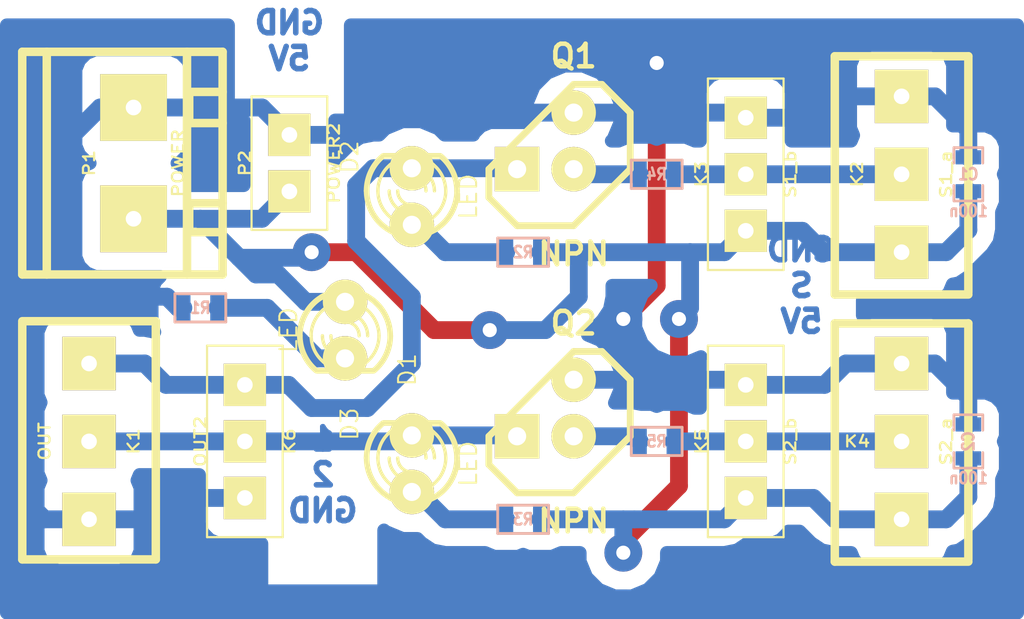
<source format=kicad_pcb>
(kicad_pcb (version 3) (host pcbnew "(2013-mar-30)-stable")

  (general
    (links 37)
    (no_connects 0)
    (area 143 88.425 189.000001 115.500001)
    (thickness 1.6)
    (drawings 3)
    (tracks 128)
    (zones 0)
    (modules 20)
    (nets 12)
  )

  (page A3)
  (layers
    (15 F.Cu signal)
    (0 B.Cu signal)
    (16 B.Adhes user)
    (17 F.Adhes user)
    (18 B.Paste user)
    (19 F.Paste user)
    (20 B.SilkS user)
    (21 F.SilkS user)
    (22 B.Mask user)
    (23 F.Mask user)
    (24 Dwgs.User user)
    (25 Cmts.User user)
    (26 Eco1.User user)
    (27 Eco2.User user)
    (28 Edge.Cuts user)
  )

  (setup
    (last_trace_width 0.8)
    (trace_clearance 0.254)
    (zone_clearance 0.8)
    (zone_45_only no)
    (trace_min 0.254)
    (segment_width 0.2)
    (edge_width 0.1)
    (via_size 1.7)
    (via_drill 0.635)
    (via_min_size 0.889)
    (via_min_drill 0.508)
    (uvia_size 0.508)
    (uvia_drill 0.127)
    (uvias_allowed no)
    (uvia_min_size 0.508)
    (uvia_min_drill 0.127)
    (pcb_text_width 0.3)
    (pcb_text_size 1.5 1.5)
    (mod_edge_width 0.15)
    (mod_text_size 1 1)
    (mod_text_width 0.15)
    (pad_size 2 2)
    (pad_drill 0.8128)
    (pad_to_mask_clearance 0)
    (aux_axis_origin 0 0)
    (visible_elements FFFFFFBF)
    (pcbplotparams
      (layerselection 3178497)
      (usegerberextensions true)
      (excludeedgelayer true)
      (linewidth 152400)
      (plotframeref false)
      (viasonmask false)
      (mode 1)
      (useauxorigin false)
      (hpglpennumber 1)
      (hpglpenspeed 20)
      (hpglpendiameter 15)
      (hpglpenoverlay 2)
      (psnegative false)
      (psa4output false)
      (plotreference true)
      (plotvalue true)
      (plotothertext true)
      (plotinvisibletext false)
      (padsonsilk false)
      (subtractmaskfromsilk false)
      (outputformat 1)
      (mirror false)
      (drillshape 1)
      (scaleselection 1)
      (outputdirectory ""))
  )

  (net 0 "")
  (net 1 GND)
  (net 2 N-0000010)
  (net 3 N-0000011)
  (net 4 N-000002)
  (net 5 N-000003)
  (net 6 N-000004)
  (net 7 N-000005)
  (net 8 N-000007)
  (net 9 N-000008)
  (net 10 N-000009)
  (net 11 VCC)

  (net_class Default "This is the default net class."
    (clearance 0.254)
    (trace_width 0.8)
    (via_dia 1.7)
    (via_drill 0.635)
    (uvia_dia 0.508)
    (uvia_drill 0.127)
    (add_net "")
    (add_net GND)
    (add_net N-0000010)
    (add_net N-0000011)
    (add_net N-000002)
    (add_net N-000003)
    (add_net N-000004)
    (add_net N-000005)
    (add_net N-000007)
    (add_net N-000008)
    (add_net N-000009)
    (add_net VCC)
  )

  (module TO92-123 (layer F.Cu) (tedit 51A9E455) (tstamp 51A9DE1F)
    (at 167.5 94 180)
    (descr "Transistor TO92 brochage type BC237")
    (tags "TR TO92")
    (path /51A9D88D)
    (fp_text reference Q1 (at -1.27 3.81 180) (layer F.SilkS)
      (effects (font (size 1.016 1.016) (thickness 0.2032)))
    )
    (fp_text value NPN (at -1.27 -5.08 180) (layer F.SilkS)
      (effects (font (size 1.016 1.016) (thickness 0.2032)))
    )
    (fp_line (start -1.27 2.54) (end 2.54 -1.27) (layer F.SilkS) (width 0.3048))
    (fp_line (start 2.54 -1.27) (end 2.54 -2.54) (layer F.SilkS) (width 0.3048))
    (fp_line (start 2.54 -2.54) (end 1.27 -3.81) (layer F.SilkS) (width 0.3048))
    (fp_line (start 1.27 -3.81) (end -1.27 -3.81) (layer F.SilkS) (width 0.3048))
    (fp_line (start -1.27 -3.81) (end -3.81 -1.27) (layer F.SilkS) (width 0.3048))
    (fp_line (start -3.81 -1.27) (end -3.81 1.27) (layer F.SilkS) (width 0.3048))
    (fp_line (start -3.81 1.27) (end -2.54 2.54) (layer F.SilkS) (width 0.3048))
    (fp_line (start -2.54 2.54) (end -1.27 2.54) (layer F.SilkS) (width 0.3048))
    (pad 3 thru_hole rect (at 1.27 -1.27 180) (size 2 2) (drill 0.8128)
      (layers *.Cu *.Mask F.SilkS)
      (net 4 N-000002)
    )
    (pad 2 thru_hole circle (at -1.27 -1.27 180) (size 2 2) (drill 0.8128)
      (layers *.Cu *.Mask F.SilkS)
      (net 6 N-000004)
    )
    (pad 1 thru_hole circle (at -1.27 1.27 180) (size 2 2) (drill 0.8128)
      (layers *.Cu *.Mask F.SilkS)
      (net 1 GND)
    )
    (model discret/to98.wrl
      (at (xyz 0 0 0))
      (scale (xyz 1 1 1))
      (rotate (xyz 0 0 0))
    )
  )

  (module TO92-123 (layer F.Cu) (tedit 51A9E470) (tstamp 51A9DE2E)
    (at 167.5 106 180)
    (descr "Transistor TO92 brochage type BC237")
    (tags "TR TO92")
    (path /51A9DA10)
    (fp_text reference Q2 (at -1.27 3.81 180) (layer F.SilkS)
      (effects (font (size 1.016 1.016) (thickness 0.2032)))
    )
    (fp_text value NPN (at -1.27 -5.08 180) (layer F.SilkS)
      (effects (font (size 1.016 1.016) (thickness 0.2032)))
    )
    (fp_line (start -1.27 2.54) (end 2.54 -1.27) (layer F.SilkS) (width 0.3048))
    (fp_line (start 2.54 -1.27) (end 2.54 -2.54) (layer F.SilkS) (width 0.3048))
    (fp_line (start 2.54 -2.54) (end 1.27 -3.81) (layer F.SilkS) (width 0.3048))
    (fp_line (start 1.27 -3.81) (end -1.27 -3.81) (layer F.SilkS) (width 0.3048))
    (fp_line (start -1.27 -3.81) (end -3.81 -1.27) (layer F.SilkS) (width 0.3048))
    (fp_line (start -3.81 -1.27) (end -3.81 1.27) (layer F.SilkS) (width 0.3048))
    (fp_line (start -3.81 1.27) (end -2.54 2.54) (layer F.SilkS) (width 0.3048))
    (fp_line (start -2.54 2.54) (end -1.27 2.54) (layer F.SilkS) (width 0.3048))
    (pad 3 thru_hole rect (at 1.27 -1.27 180) (size 2 2) (drill 0.8128)
      (layers *.Cu *.Mask F.SilkS)
      (net 2 N-0000010)
    )
    (pad 2 thru_hole circle (at -1.27 -1.27 180) (size 2 2) (drill 0.8128)
      (layers *.Cu *.Mask F.SilkS)
      (net 8 N-000007)
    )
    (pad 1 thru_hole circle (at -1.27 1.27 180) (size 2 2) (drill 0.8128)
      (layers *.Cu *.Mask F.SilkS)
      (net 1 GND)
    )
    (model discret/to98.wrl
      (at (xyz 0 0 0))
      (scale (xyz 1 1 1))
      (rotate (xyz 0 0 0))
    )
  )

  (module SM0603_Capa (layer B.Cu) (tedit 5051B1EC) (tstamp 51A9DE3A)
    (at 186.5 95.5 90)
    (path /51A9D876)
    (attr smd)
    (fp_text reference C1 (at 0 0 360) (layer B.SilkS)
      (effects (font (size 0.508 0.4572) (thickness 0.1143)) (justify mirror))
    )
    (fp_text value 100n (at -1.651 0 360) (layer B.SilkS)
      (effects (font (size 0.508 0.4572) (thickness 0.1143)) (justify mirror))
    )
    (fp_line (start 0.50038 -0.65024) (end 1.19888 -0.65024) (layer B.SilkS) (width 0.11938))
    (fp_line (start -0.50038 -0.65024) (end -1.19888 -0.65024) (layer B.SilkS) (width 0.11938))
    (fp_line (start 0.50038 0.65024) (end 1.19888 0.65024) (layer B.SilkS) (width 0.11938))
    (fp_line (start -1.19888 0.65024) (end -0.50038 0.65024) (layer B.SilkS) (width 0.11938))
    (fp_line (start 1.19888 0.635) (end 1.19888 -0.635) (layer B.SilkS) (width 0.11938))
    (fp_line (start -1.19888 -0.635) (end -1.19888 0.635) (layer B.SilkS) (width 0.11938))
    (pad 1 smd rect (at -0.762 0 90) (size 0.635 1.143)
      (layers B.Cu B.Paste B.Mask)
      (net 11 VCC)
    )
    (pad 2 smd rect (at 0.762 0 90) (size 0.635 1.143)
      (layers B.Cu B.Paste B.Mask)
      (net 1 GND)
    )
    (model smd\capacitors\C0603.wrl
      (at (xyz 0 0 0.001))
      (scale (xyz 0.5 0.5 0.5))
      (rotate (xyz 0 0 0))
    )
  )

  (module SM0603_Capa (layer B.Cu) (tedit 51A9E0EE) (tstamp 51A9DE46)
    (at 186.5 107.5 90)
    (path /51A9DA0A)
    (attr smd)
    (fp_text reference C2 (at 0 0 90) (layer B.SilkS)
      (effects (font (size 0.508 0.4572) (thickness 0.1143)) (justify mirror))
    )
    (fp_text value 100n (at -1.651 0 360) (layer B.SilkS)
      (effects (font (size 0.508 0.4572) (thickness 0.1143)) (justify mirror))
    )
    (fp_line (start 0.50038 -0.65024) (end 1.19888 -0.65024) (layer B.SilkS) (width 0.11938))
    (fp_line (start -0.50038 -0.65024) (end -1.19888 -0.65024) (layer B.SilkS) (width 0.11938))
    (fp_line (start 0.50038 0.65024) (end 1.19888 0.65024) (layer B.SilkS) (width 0.11938))
    (fp_line (start -1.19888 0.65024) (end -0.50038 0.65024) (layer B.SilkS) (width 0.11938))
    (fp_line (start 1.19888 0.635) (end 1.19888 -0.635) (layer B.SilkS) (width 0.11938))
    (fp_line (start -1.19888 -0.635) (end -1.19888 0.635) (layer B.SilkS) (width 0.11938))
    (pad 1 smd rect (at -0.762 0 90) (size 0.635 1.143)
      (layers B.Cu B.Paste B.Mask)
      (net 11 VCC)
    )
    (pad 2 smd rect (at 0.762 0 90) (size 0.635 1.143)
      (layers B.Cu B.Paste B.Mask)
      (net 1 GND)
    )
    (model smd\capacitors\C0603.wrl
      (at (xyz 0 0 0.001))
      (scale (xyz 0.5 0.5 0.5))
      (rotate (xyz 0 0 0))
    )
  )

  (module SM0603 (layer B.Cu) (tedit 4E43A3D1) (tstamp 51A9DE50)
    (at 172.5 95.5)
    (path /51A9D980)
    (attr smd)
    (fp_text reference R4 (at 0 0) (layer B.SilkS)
      (effects (font (size 0.508 0.4572) (thickness 0.1143)) (justify mirror))
    )
    (fp_text value 4k7 (at 0 0) (layer B.SilkS) hide
      (effects (font (size 0.508 0.4572) (thickness 0.1143)) (justify mirror))
    )
    (fp_line (start -1.143 0.635) (end 1.143 0.635) (layer B.SilkS) (width 0.127))
    (fp_line (start 1.143 0.635) (end 1.143 -0.635) (layer B.SilkS) (width 0.127))
    (fp_line (start 1.143 -0.635) (end -1.143 -0.635) (layer B.SilkS) (width 0.127))
    (fp_line (start -1.143 -0.635) (end -1.143 0.635) (layer B.SilkS) (width 0.127))
    (pad 1 smd rect (at -0.762 0) (size 0.635 1.143)
      (layers B.Cu B.Paste B.Mask)
      (net 6 N-000004)
    )
    (pad 2 smd rect (at 0.762 0) (size 0.635 1.143)
      (layers B.Cu B.Paste B.Mask)
      (net 9 N-000008)
    )
    (model smd\resistors\R0603.wrl
      (at (xyz 0 0 0.001))
      (scale (xyz 0.5 0.5 0.5))
      (rotate (xyz 0 0 0))
    )
  )

  (module SM0603 (layer B.Cu) (tedit 4E43A3D1) (tstamp 51A9DE5A)
    (at 152 101.5 180)
    (path /51A9E048)
    (attr smd)
    (fp_text reference R1 (at 0 0 180) (layer B.SilkS)
      (effects (font (size 0.508 0.4572) (thickness 0.1143)) (justify mirror))
    )
    (fp_text value 150 (at 0 0 180) (layer B.SilkS) hide
      (effects (font (size 0.508 0.4572) (thickness 0.1143)) (justify mirror))
    )
    (fp_line (start -1.143 0.635) (end 1.143 0.635) (layer B.SilkS) (width 0.127))
    (fp_line (start 1.143 0.635) (end 1.143 -0.635) (layer B.SilkS) (width 0.127))
    (fp_line (start 1.143 -0.635) (end -1.143 -0.635) (layer B.SilkS) (width 0.127))
    (fp_line (start -1.143 -0.635) (end -1.143 0.635) (layer B.SilkS) (width 0.127))
    (pad 1 smd rect (at -0.762 0 180) (size 0.635 1.143)
      (layers B.Cu B.Paste B.Mask)
      (net 5 N-000003)
    )
    (pad 2 smd rect (at 0.762 0 180) (size 0.635 1.143)
      (layers B.Cu B.Paste B.Mask)
      (net 1 GND)
    )
    (model smd\resistors\R0603.wrl
      (at (xyz 0 0 0.001))
      (scale (xyz 0.5 0.5 0.5))
      (rotate (xyz 0 0 0))
    )
  )

  (module SM0603 (layer B.Cu) (tedit 4E43A3D1) (tstamp 51A9DE64)
    (at 166.5 99)
    (path /51A9D9BF)
    (attr smd)
    (fp_text reference R2 (at 0 0) (layer B.SilkS)
      (effects (font (size 0.508 0.4572) (thickness 0.1143)) (justify mirror))
    )
    (fp_text value 150 (at 0 0) (layer B.SilkS) hide
      (effects (font (size 0.508 0.4572) (thickness 0.1143)) (justify mirror))
    )
    (fp_line (start -1.143 0.635) (end 1.143 0.635) (layer B.SilkS) (width 0.127))
    (fp_line (start 1.143 0.635) (end 1.143 -0.635) (layer B.SilkS) (width 0.127))
    (fp_line (start 1.143 -0.635) (end -1.143 -0.635) (layer B.SilkS) (width 0.127))
    (fp_line (start -1.143 -0.635) (end -1.143 0.635) (layer B.SilkS) (width 0.127))
    (pad 1 smd rect (at -0.762 0) (size 0.635 1.143)
      (layers B.Cu B.Paste B.Mask)
      (net 7 N-000005)
    )
    (pad 2 smd rect (at 0.762 0) (size 0.635 1.143)
      (layers B.Cu B.Paste B.Mask)
      (net 11 VCC)
    )
    (model smd\resistors\R0603.wrl
      (at (xyz 0 0 0.001))
      (scale (xyz 0.5 0.5 0.5))
      (rotate (xyz 0 0 0))
    )
  )

  (module SM0603 (layer B.Cu) (tedit 4E43A3D1) (tstamp 51A9DE6E)
    (at 166.5 111)
    (path /51A9DA33)
    (attr smd)
    (fp_text reference R3 (at 0 0) (layer B.SilkS)
      (effects (font (size 0.508 0.4572) (thickness 0.1143)) (justify mirror))
    )
    (fp_text value 150 (at 0 0) (layer B.SilkS) hide
      (effects (font (size 0.508 0.4572) (thickness 0.1143)) (justify mirror))
    )
    (fp_line (start -1.143 0.635) (end 1.143 0.635) (layer B.SilkS) (width 0.127))
    (fp_line (start 1.143 0.635) (end 1.143 -0.635) (layer B.SilkS) (width 0.127))
    (fp_line (start 1.143 -0.635) (end -1.143 -0.635) (layer B.SilkS) (width 0.127))
    (fp_line (start -1.143 -0.635) (end -1.143 0.635) (layer B.SilkS) (width 0.127))
    (pad 1 smd rect (at -0.762 0) (size 0.635 1.143)
      (layers B.Cu B.Paste B.Mask)
      (net 3 N-0000011)
    )
    (pad 2 smd rect (at 0.762 0) (size 0.635 1.143)
      (layers B.Cu B.Paste B.Mask)
      (net 11 VCC)
    )
    (model smd\resistors\R0603.wrl
      (at (xyz 0 0 0.001))
      (scale (xyz 0.5 0.5 0.5))
      (rotate (xyz 0 0 0))
    )
  )

  (module SM0603 (layer B.Cu) (tedit 4E43A3D1) (tstamp 51A9DE78)
    (at 172.5 107.5)
    (path /51A9DA23)
    (attr smd)
    (fp_text reference R5 (at 0 0) (layer B.SilkS)
      (effects (font (size 0.508 0.4572) (thickness 0.1143)) (justify mirror))
    )
    (fp_text value 4k7 (at 0 0) (layer B.SilkS) hide
      (effects (font (size 0.508 0.4572) (thickness 0.1143)) (justify mirror))
    )
    (fp_line (start -1.143 0.635) (end 1.143 0.635) (layer B.SilkS) (width 0.127))
    (fp_line (start 1.143 0.635) (end 1.143 -0.635) (layer B.SilkS) (width 0.127))
    (fp_line (start 1.143 -0.635) (end -1.143 -0.635) (layer B.SilkS) (width 0.127))
    (fp_line (start -1.143 -0.635) (end -1.143 0.635) (layer B.SilkS) (width 0.127))
    (pad 1 smd rect (at -0.762 0) (size 0.635 1.143)
      (layers B.Cu B.Paste B.Mask)
      (net 8 N-000007)
    )
    (pad 2 smd rect (at 0.762 0) (size 0.635 1.143)
      (layers B.Cu B.Paste B.Mask)
      (net 10 N-000009)
    )
    (model smd\resistors\R0603.wrl
      (at (xyz 0 0 0.001))
      (scale (xyz 0.5 0.5 0.5))
      (rotate (xyz 0 0 0))
    )
  )

  (module PinArray2_big (layer F.Cu) (tedit 4E033F82) (tstamp 51A9DE82)
    (at 156 95 90)
    (path /51A9E32E)
    (fp_text reference P2 (at 0 -1.99898 90) (layer F.SilkS)
      (effects (font (size 0.50038 0.59944) (thickness 0.09906)))
    )
    (fp_text value POWER2 (at 0 1.99898 90) (layer F.SilkS)
      (effects (font (size 0.50038 0.59944) (thickness 0.09906)))
    )
    (fp_line (start -2.99974 -1.69926) (end 2.99974 -1.69926) (layer F.SilkS) (width 0.09906))
    (fp_line (start 2.99974 -1.69926) (end 2.99974 1.69926) (layer F.SilkS) (width 0.09906))
    (fp_line (start 2.99974 1.69926) (end -2.99974 1.69926) (layer F.SilkS) (width 0.09906))
    (fp_line (start -2.99974 1.69926) (end -2.99974 -1.69926) (layer F.SilkS) (width 0.09906))
    (pad 1 thru_hole rect (at 1.27 0 90) (size 1.89992 1.89992) (drill 0.70104)
      (layers *.Cu *.Mask F.SilkS)
      (net 1 GND)
    )
    (pad 2 thru_hole rect (at -1.27 0 90) (size 1.89992 1.89992) (drill 0.70104)
      (layers *.Cu *.Mask F.SilkS)
      (net 11 VCC)
    )
  )

  (module LeiterplattenKlemme3_35RM (layer F.Cu) (tedit 50E09473) (tstamp 51A9DE8D)
    (at 183.5 95.5 90)
    (path /51A9D7C9)
    (fp_text reference K2 (at 0 -1.99898 90) (layer F.SilkS)
      (effects (font (size 0.50038 0.59944) (thickness 0.09906)))
    )
    (fp_text value S1_a (at 0 1.99898 90) (layer F.SilkS)
      (effects (font (size 0.50038 0.59944) (thickness 0.09906)))
    )
    (fp_line (start -5.30098 2.99974) (end 5.30098 2.99974) (layer F.SilkS) (width 0.381))
    (fp_line (start 5.30098 2.99974) (end 5.30098 -2.99974) (layer F.SilkS) (width 0.381))
    (fp_line (start 5.30098 -2.99974) (end -5.40004 -2.99974) (layer F.SilkS) (width 0.381))
    (fp_line (start -5.40004 -2.99974) (end -5.40004 2.99974) (layer F.SilkS) (width 0.381))
    (pad 2 thru_hole rect (at 0 0 90) (size 2.4003 2.4003) (drill 0.70104)
      (layers *.Cu *.Mask F.SilkS)
      (net 9 N-000008)
    )
    (pad 3 thru_hole rect (at -3.50012 0 90) (size 2.4003 2.4003) (drill 0.70104)
      (layers *.Cu *.Mask F.SilkS)
      (net 11 VCC)
    )
    (pad 1 thru_hole rect (at 3.50012 0 90) (size 2.4003 2.4003) (drill 0.70104)
      (layers *.Cu *.Mask F.SilkS)
      (net 1 GND)
    )
  )

  (module LeiterplattenKlemme3_35RM (layer F.Cu) (tedit 50E09473) (tstamp 51A9DE98)
    (at 147 107.5 270)
    (path /51A9DA3E)
    (fp_text reference K1 (at 0 -1.99898 270) (layer F.SilkS)
      (effects (font (size 0.50038 0.59944) (thickness 0.09906)))
    )
    (fp_text value OUT (at 0 1.99898 270) (layer F.SilkS)
      (effects (font (size 0.50038 0.59944) (thickness 0.09906)))
    )
    (fp_line (start -5.30098 2.99974) (end 5.30098 2.99974) (layer F.SilkS) (width 0.381))
    (fp_line (start 5.30098 2.99974) (end 5.30098 -2.99974) (layer F.SilkS) (width 0.381))
    (fp_line (start 5.30098 -2.99974) (end -5.40004 -2.99974) (layer F.SilkS) (width 0.381))
    (fp_line (start -5.40004 -2.99974) (end -5.40004 2.99974) (layer F.SilkS) (width 0.381))
    (pad 2 thru_hole rect (at 0 0 270) (size 2.4003 2.4003) (drill 0.70104)
      (layers *.Cu *.Mask F.SilkS)
      (net 2 N-0000010)
    )
    (pad 3 thru_hole rect (at -3.50012 0 270) (size 2.4003 2.4003) (drill 0.70104)
      (layers *.Cu *.Mask F.SilkS)
      (net 4 N-000002)
    )
    (pad 1 thru_hole rect (at 3.50012 0 270) (size 2.4003 2.4003) (drill 0.70104)
      (layers *.Cu *.Mask F.SilkS)
      (net 1 GND)
    )
  )

  (module LeiterplattenKlemme3_35RM (layer F.Cu) (tedit 51A9DF2C) (tstamp 51A9DEA3)
    (at 183.5 107.5 90)
    (path /51A9D9FE)
    (fp_text reference K4 (at 0 -1.99898 180) (layer F.SilkS)
      (effects (font (size 0.50038 0.59944) (thickness 0.09906)))
    )
    (fp_text value S2_a (at 0 1.99898 90) (layer F.SilkS)
      (effects (font (size 0.50038 0.59944) (thickness 0.09906)))
    )
    (fp_line (start -5.30098 2.99974) (end 5.30098 2.99974) (layer F.SilkS) (width 0.381))
    (fp_line (start 5.30098 2.99974) (end 5.30098 -2.99974) (layer F.SilkS) (width 0.381))
    (fp_line (start 5.30098 -2.99974) (end -5.40004 -2.99974) (layer F.SilkS) (width 0.381))
    (fp_line (start -5.40004 -2.99974) (end -5.40004 2.99974) (layer F.SilkS) (width 0.381))
    (pad 2 thru_hole rect (at 0 0 90) (size 2.4003 2.4003) (drill 0.70104)
      (layers *.Cu *.Mask F.SilkS)
      (net 10 N-000009)
    )
    (pad 3 thru_hole rect (at -3.50012 0 90) (size 2.4003 2.4003) (drill 0.70104)
      (layers *.Cu *.Mask F.SilkS)
      (net 11 VCC)
    )
    (pad 1 thru_hole rect (at 3.50012 0 90) (size 2.4003 2.4003) (drill 0.70104)
      (layers *.Cu *.Mask F.SilkS)
      (net 1 GND)
    )
  )

  (module LeiterplattenKlemme2_5RM (layer F.Cu) (tedit 50DEDB2F) (tstamp 51A9DEB5)
    (at 149 95 90)
    (path /51A9DB19)
    (fp_text reference P1 (at 0 -1.99898 90) (layer F.SilkS)
      (effects (font (size 0.50038 0.59944) (thickness 0.09906)))
    )
    (fp_text value POWER (at 0 1.99898 90) (layer F.SilkS)
      (effects (font (size 0.50038 0.59944) (thickness 0.09906)))
    )
    (fp_line (start -5.00126 -3.8989) (end 5.00126 -3.8989) (layer F.SilkS) (width 0.381))
    (fp_line (start -5.00126 2.4003) (end 5.00126 2.4003) (layer F.SilkS) (width 0.381))
    (fp_line (start 1.80086 4.0005) (end 1.80086 2.49936) (layer F.SilkS) (width 0.381))
    (fp_line (start 1.80086 2.49936) (end 3.2004 2.49936) (layer F.SilkS) (width 0.381))
    (fp_line (start 3.2004 2.49936) (end 3.2004 4.0005) (layer F.SilkS) (width 0.381))
    (fp_line (start -3.0988 4.0005) (end -3.0988 2.49936) (layer F.SilkS) (width 0.381))
    (fp_line (start -3.0988 2.49936) (end -1.80086 2.49936) (layer F.SilkS) (width 0.381))
    (fp_line (start -1.80086 2.49936) (end -1.80086 4.0005) (layer F.SilkS) (width 0.381))
    (fp_line (start -5.00126 4.0005) (end 5.00126 4.0005) (layer F.SilkS) (width 0.381))
    (fp_line (start 5.00126 4.0005) (end 5.00126 -5.00126) (layer F.SilkS) (width 0.381))
    (fp_line (start 5.00126 -5.00126) (end -5.00126 -5.00126) (layer F.SilkS) (width 0.381))
    (fp_line (start -5.00126 -5.00126) (end -5.00126 4.0005) (layer F.SilkS) (width 0.381))
    (pad 1 thru_hole rect (at 2.49936 0 90) (size 2.99974 2.99974) (drill 0.70104)
      (layers *.Cu *.Mask F.SilkS)
      (net 1 GND)
    )
    (pad 2 thru_hole rect (at -2.49936 0 90) (size 2.99974 2.99974) (drill 0.70104)
      (layers *.Cu *.Mask F.SilkS)
      (net 11 VCC)
    )
  )

  (module LED-3MM_bigfoot (layer F.Cu) (tedit 5180EC5C) (tstamp 51A9DECE)
    (at 161.5 108.5 90)
    (descr "LED 3mm - Lead pitch 100mil (2,54mm)")
    (tags "LED led 3mm 3MM 100mil 2,54mm")
    (path /51A9DA2D)
    (fp_text reference D3 (at 1.778 -2.794 90) (layer F.SilkS)
      (effects (font (size 0.762 0.762) (thickness 0.0889)))
    )
    (fp_text value LED (at 0 2.54 90) (layer F.SilkS)
      (effects (font (size 0.762 0.762) (thickness 0.0889)))
    )
    (fp_line (start 1.8288 1.27) (end 1.8288 -1.27) (layer F.SilkS) (width 0.254))
    (fp_arc (start 0.254 0) (end -1.27 0) (angle 39.8) (layer F.SilkS) (width 0.1524))
    (fp_arc (start 0.254 0) (end -0.88392 1.01092) (angle 41.6) (layer F.SilkS) (width 0.1524))
    (fp_arc (start 0.254 0) (end 1.4097 -0.9906) (angle 40.6) (layer F.SilkS) (width 0.1524))
    (fp_arc (start 0.254 0) (end 1.778 0) (angle 39.8) (layer F.SilkS) (width 0.1524))
    (fp_arc (start 0.254 0) (end 0.254 -1.524) (angle 54.4) (layer F.SilkS) (width 0.1524))
    (fp_arc (start 0.254 0) (end -0.9652 -0.9144) (angle 53.1) (layer F.SilkS) (width 0.1524))
    (fp_arc (start 0.254 0) (end 1.45542 0.93472) (angle 52.1) (layer F.SilkS) (width 0.1524))
    (fp_arc (start 0.254 0) (end 0.254 1.524) (angle 52.1) (layer F.SilkS) (width 0.1524))
    (fp_arc (start 0.254 0) (end -0.381 0) (angle 90) (layer F.SilkS) (width 0.1524))
    (fp_arc (start 0.254 0) (end -0.762 0) (angle 90) (layer F.SilkS) (width 0.1524))
    (fp_arc (start 0.254 0) (end 0.889 0) (angle 90) (layer F.SilkS) (width 0.1524))
    (fp_arc (start 0.254 0) (end 1.27 0) (angle 90) (layer F.SilkS) (width 0.1524))
    (fp_arc (start 0.254 0) (end 0.254 -2.032) (angle 50.1) (layer F.SilkS) (width 0.254))
    (fp_arc (start 0.254 0) (end -1.5367 -0.95504) (angle 61.9) (layer F.SilkS) (width 0.254))
    (fp_arc (start 0.254 0) (end 1.8034 1.31064) (angle 49.7) (layer F.SilkS) (width 0.254))
    (fp_arc (start 0.254 0) (end 0.254 2.032) (angle 60.2) (layer F.SilkS) (width 0.254))
    (fp_arc (start 0.254 0) (end -1.778 0) (angle 28.3) (layer F.SilkS) (width 0.254))
    (fp_arc (start 0.254 0) (end -1.47574 1.06426) (angle 31.6) (layer F.SilkS) (width 0.254))
    (pad 1 thru_hole circle (at -1.27 0 90) (size 1.99898 1.99898) (drill 0.8128)
      (layers *.Cu F.Paste F.SilkS F.Mask)
      (net 3 N-0000011)
    )
    (pad 2 thru_hole circle (at 1.27 0 90) (size 1.99898 1.99898) (drill 0.8128)
      (layers *.Cu F.Paste F.SilkS F.Mask)
      (net 2 N-0000010)
    )
    (model discret/leds/led3_vertical_verde.wrl
      (at (xyz 0 0 0))
      (scale (xyz 1 1 1))
      (rotate (xyz 0 0 0))
    )
  )

  (module LED-3MM_bigfoot (layer F.Cu) (tedit 5180EC5C) (tstamp 51A9DEE7)
    (at 158.5 102.5 270)
    (descr "LED 3mm - Lead pitch 100mil (2,54mm)")
    (tags "LED led 3mm 3MM 100mil 2,54mm")
    (path /51A9E042)
    (fp_text reference D1 (at 1.778 -2.794 270) (layer F.SilkS)
      (effects (font (size 0.762 0.762) (thickness 0.0889)))
    )
    (fp_text value LED (at 0 2.54 270) (layer F.SilkS)
      (effects (font (size 0.762 0.762) (thickness 0.0889)))
    )
    (fp_line (start 1.8288 1.27) (end 1.8288 -1.27) (layer F.SilkS) (width 0.254))
    (fp_arc (start 0.254 0) (end -1.27 0) (angle 39.8) (layer F.SilkS) (width 0.1524))
    (fp_arc (start 0.254 0) (end -0.88392 1.01092) (angle 41.6) (layer F.SilkS) (width 0.1524))
    (fp_arc (start 0.254 0) (end 1.4097 -0.9906) (angle 40.6) (layer F.SilkS) (width 0.1524))
    (fp_arc (start 0.254 0) (end 1.778 0) (angle 39.8) (layer F.SilkS) (width 0.1524))
    (fp_arc (start 0.254 0) (end 0.254 -1.524) (angle 54.4) (layer F.SilkS) (width 0.1524))
    (fp_arc (start 0.254 0) (end -0.9652 -0.9144) (angle 53.1) (layer F.SilkS) (width 0.1524))
    (fp_arc (start 0.254 0) (end 1.45542 0.93472) (angle 52.1) (layer F.SilkS) (width 0.1524))
    (fp_arc (start 0.254 0) (end 0.254 1.524) (angle 52.1) (layer F.SilkS) (width 0.1524))
    (fp_arc (start 0.254 0) (end -0.381 0) (angle 90) (layer F.SilkS) (width 0.1524))
    (fp_arc (start 0.254 0) (end -0.762 0) (angle 90) (layer F.SilkS) (width 0.1524))
    (fp_arc (start 0.254 0) (end 0.889 0) (angle 90) (layer F.SilkS) (width 0.1524))
    (fp_arc (start 0.254 0) (end 1.27 0) (angle 90) (layer F.SilkS) (width 0.1524))
    (fp_arc (start 0.254 0) (end 0.254 -2.032) (angle 50.1) (layer F.SilkS) (width 0.254))
    (fp_arc (start 0.254 0) (end -1.5367 -0.95504) (angle 61.9) (layer F.SilkS) (width 0.254))
    (fp_arc (start 0.254 0) (end 1.8034 1.31064) (angle 49.7) (layer F.SilkS) (width 0.254))
    (fp_arc (start 0.254 0) (end 0.254 2.032) (angle 60.2) (layer F.SilkS) (width 0.254))
    (fp_arc (start 0.254 0) (end -1.778 0) (angle 28.3) (layer F.SilkS) (width 0.254))
    (fp_arc (start 0.254 0) (end -1.47574 1.06426) (angle 31.6) (layer F.SilkS) (width 0.254))
    (pad 1 thru_hole circle (at -1.27 0 270) (size 1.99898 1.99898) (drill 0.8128)
      (layers *.Cu F.Paste F.SilkS F.Mask)
      (net 11 VCC)
    )
    (pad 2 thru_hole circle (at 1.27 0 270) (size 1.99898 1.99898) (drill 0.8128)
      (layers *.Cu F.Paste F.SilkS F.Mask)
      (net 5 N-000003)
    )
    (model discret/leds/led3_vertical_verde.wrl
      (at (xyz 0 0 0))
      (scale (xyz 1 1 1))
      (rotate (xyz 0 0 0))
    )
  )

  (module LED-3MM_bigfoot (layer F.Cu) (tedit 5180EC5C) (tstamp 51A9DF00)
    (at 161.5 96.5 90)
    (descr "LED 3mm - Lead pitch 100mil (2,54mm)")
    (tags "LED led 3mm 3MM 100mil 2,54mm")
    (path /51A9D9B2)
    (fp_text reference D2 (at 1.778 -2.794 90) (layer F.SilkS)
      (effects (font (size 0.762 0.762) (thickness 0.0889)))
    )
    (fp_text value LED (at 0 2.54 90) (layer F.SilkS)
      (effects (font (size 0.762 0.762) (thickness 0.0889)))
    )
    (fp_line (start 1.8288 1.27) (end 1.8288 -1.27) (layer F.SilkS) (width 0.254))
    (fp_arc (start 0.254 0) (end -1.27 0) (angle 39.8) (layer F.SilkS) (width 0.1524))
    (fp_arc (start 0.254 0) (end -0.88392 1.01092) (angle 41.6) (layer F.SilkS) (width 0.1524))
    (fp_arc (start 0.254 0) (end 1.4097 -0.9906) (angle 40.6) (layer F.SilkS) (width 0.1524))
    (fp_arc (start 0.254 0) (end 1.778 0) (angle 39.8) (layer F.SilkS) (width 0.1524))
    (fp_arc (start 0.254 0) (end 0.254 -1.524) (angle 54.4) (layer F.SilkS) (width 0.1524))
    (fp_arc (start 0.254 0) (end -0.9652 -0.9144) (angle 53.1) (layer F.SilkS) (width 0.1524))
    (fp_arc (start 0.254 0) (end 1.45542 0.93472) (angle 52.1) (layer F.SilkS) (width 0.1524))
    (fp_arc (start 0.254 0) (end 0.254 1.524) (angle 52.1) (layer F.SilkS) (width 0.1524))
    (fp_arc (start 0.254 0) (end -0.381 0) (angle 90) (layer F.SilkS) (width 0.1524))
    (fp_arc (start 0.254 0) (end -0.762 0) (angle 90) (layer F.SilkS) (width 0.1524))
    (fp_arc (start 0.254 0) (end 0.889 0) (angle 90) (layer F.SilkS) (width 0.1524))
    (fp_arc (start 0.254 0) (end 1.27 0) (angle 90) (layer F.SilkS) (width 0.1524))
    (fp_arc (start 0.254 0) (end 0.254 -2.032) (angle 50.1) (layer F.SilkS) (width 0.254))
    (fp_arc (start 0.254 0) (end -1.5367 -0.95504) (angle 61.9) (layer F.SilkS) (width 0.254))
    (fp_arc (start 0.254 0) (end 1.8034 1.31064) (angle 49.7) (layer F.SilkS) (width 0.254))
    (fp_arc (start 0.254 0) (end 0.254 2.032) (angle 60.2) (layer F.SilkS) (width 0.254))
    (fp_arc (start 0.254 0) (end -1.778 0) (angle 28.3) (layer F.SilkS) (width 0.254))
    (fp_arc (start 0.254 0) (end -1.47574 1.06426) (angle 31.6) (layer F.SilkS) (width 0.254))
    (pad 1 thru_hole circle (at -1.27 0 90) (size 1.99898 1.99898) (drill 0.8128)
      (layers *.Cu F.Paste F.SilkS F.Mask)
      (net 7 N-000005)
    )
    (pad 2 thru_hole circle (at 1.27 0 90) (size 1.99898 1.99898) (drill 0.8128)
      (layers *.Cu F.Paste F.SilkS F.Mask)
      (net 4 N-000002)
    )
    (model discret/leds/led3_vertical_verde.wrl
      (at (xyz 0 0 0))
      (scale (xyz 1 1 1))
      (rotate (xyz 0 0 0))
    )
  )

  (module Big_Array3 (layer F.Cu) (tedit 4E0340AA) (tstamp 51A9DF0D)
    (at 176.5 107.5 90)
    (path /51A9DA04)
    (fp_text reference K5 (at 0 -1.99898 90) (layer F.SilkS)
      (effects (font (size 0.50038 0.59944) (thickness 0.09906)))
    )
    (fp_text value S2_b (at 0 1.99898 90) (layer F.SilkS)
      (effects (font (size 0.50038 0.59944) (thickness 0.09906)))
    )
    (fp_line (start -4.20116 -1.69926) (end 4.20116 -1.69926) (layer F.SilkS) (width 0.09906))
    (fp_line (start 4.20116 -1.69926) (end 4.30022 -1.69926) (layer F.SilkS) (width 0.09906))
    (fp_line (start 4.30022 -1.69926) (end 4.30022 1.69926) (layer F.SilkS) (width 0.09906))
    (fp_line (start 4.30022 1.69926) (end -4.30022 1.69926) (layer F.SilkS) (width 0.09906))
    (fp_line (start -4.30022 1.69926) (end -4.30022 -1.69926) (layer F.SilkS) (width 0.09906))
    (fp_line (start -4.30022 -1.69926) (end -4.20116 -1.69926) (layer F.SilkS) (width 0.09906))
    (pad 2 thru_hole rect (at 0 0 90) (size 1.89992 1.89992) (drill 0.70104)
      (layers *.Cu *.Mask F.SilkS)
      (net 10 N-000009)
    )
    (pad 3 thru_hole rect (at -2.54 0 90) (size 1.89992 1.89992) (drill 0.70104)
      (layers *.Cu *.Mask F.SilkS)
      (net 11 VCC)
    )
    (pad 1 thru_hole rect (at 2.54 0 90) (size 1.89992 1.89992) (drill 0.70104)
      (layers *.Cu *.Mask F.SilkS)
      (net 1 GND)
    )
  )

  (module Big_Array3 (layer F.Cu) (tedit 4E0340AA) (tstamp 51A9DF1A)
    (at 176.5 95.5 90)
    (path /51A9D7D6)
    (fp_text reference K3 (at 0 -1.99898 90) (layer F.SilkS)
      (effects (font (size 0.50038 0.59944) (thickness 0.09906)))
    )
    (fp_text value S1_b (at 0 1.99898 90) (layer F.SilkS)
      (effects (font (size 0.50038 0.59944) (thickness 0.09906)))
    )
    (fp_line (start -4.20116 -1.69926) (end 4.20116 -1.69926) (layer F.SilkS) (width 0.09906))
    (fp_line (start 4.20116 -1.69926) (end 4.30022 -1.69926) (layer F.SilkS) (width 0.09906))
    (fp_line (start 4.30022 -1.69926) (end 4.30022 1.69926) (layer F.SilkS) (width 0.09906))
    (fp_line (start 4.30022 1.69926) (end -4.30022 1.69926) (layer F.SilkS) (width 0.09906))
    (fp_line (start -4.30022 1.69926) (end -4.30022 -1.69926) (layer F.SilkS) (width 0.09906))
    (fp_line (start -4.30022 -1.69926) (end -4.20116 -1.69926) (layer F.SilkS) (width 0.09906))
    (pad 2 thru_hole rect (at 0 0 90) (size 1.89992 1.89992) (drill 0.70104)
      (layers *.Cu *.Mask F.SilkS)
      (net 9 N-000008)
    )
    (pad 3 thru_hole rect (at -2.54 0 90) (size 1.89992 1.89992) (drill 0.70104)
      (layers *.Cu *.Mask F.SilkS)
      (net 11 VCC)
    )
    (pad 1 thru_hole rect (at 2.54 0 90) (size 1.89992 1.89992) (drill 0.70104)
      (layers *.Cu *.Mask F.SilkS)
      (net 1 GND)
    )
  )

  (module Big_Array3 (layer F.Cu) (tedit 4E0340AA) (tstamp 51A9DF27)
    (at 154 107.5 270)
    (path /51A9E3CF)
    (fp_text reference K6 (at 0 -1.99898 270) (layer F.SilkS)
      (effects (font (size 0.50038 0.59944) (thickness 0.09906)))
    )
    (fp_text value OUT2 (at 0 1.99898 270) (layer F.SilkS)
      (effects (font (size 0.50038 0.59944) (thickness 0.09906)))
    )
    (fp_line (start -4.20116 -1.69926) (end 4.20116 -1.69926) (layer F.SilkS) (width 0.09906))
    (fp_line (start 4.20116 -1.69926) (end 4.30022 -1.69926) (layer F.SilkS) (width 0.09906))
    (fp_line (start 4.30022 -1.69926) (end 4.30022 1.69926) (layer F.SilkS) (width 0.09906))
    (fp_line (start 4.30022 1.69926) (end -4.30022 1.69926) (layer F.SilkS) (width 0.09906))
    (fp_line (start -4.30022 1.69926) (end -4.30022 -1.69926) (layer F.SilkS) (width 0.09906))
    (fp_line (start -4.30022 -1.69926) (end -4.20116 -1.69926) (layer F.SilkS) (width 0.09906))
    (pad 2 thru_hole rect (at 0 0 270) (size 1.89992 1.89992) (drill 0.70104)
      (layers *.Cu *.Mask F.SilkS)
      (net 2 N-0000010)
    )
    (pad 3 thru_hole rect (at -2.54 0 270) (size 1.89992 1.89992) (drill 0.70104)
      (layers *.Cu *.Mask F.SilkS)
      (net 4 N-000002)
    )
    (pad 1 thru_hole rect (at 2.54 0 270) (size 1.89992 1.89992) (drill 0.70104)
      (layers *.Cu *.Mask F.SilkS)
      (net 1 GND)
    )
  )

  (gr_text "GND\nS\n5V" (at 179 100.5) (layer B.Cu)
    (effects (font (size 1 1) (thickness 0.25)) (justify mirror))
  )
  (gr_text "1\n2\nGND" (at 157.5 109) (layer B.Cu)
    (effects (font (size 1 1) (thickness 0.25)) (justify mirror))
  )
  (gr_text "GND\n5V" (at 156 89.5) (layer B.Cu)
    (effects (font (size 1 1) (thickness 0.25)) (justify mirror))
  )

  (segment (start 171 104.73) (end 171 102) (width 0.8) (layer B.Cu) (net 1))
  (segment (start 172.5 90.5) (end 172.5 92.73) (width 0.8) (layer B.Cu) (net 1) (tstamp 51A9E473))
  (via (at 172.5 90.5) (size 1.7) (layers F.Cu B.Cu) (net 1))
  (segment (start 172.5 100.5) (end 172.5 90.5) (width 0.8) (layer F.Cu) (net 1) (tstamp 51A9E471))
  (segment (start 171 102) (end 172.5 100.5) (width 0.8) (layer F.Cu) (net 1) (tstamp 51A9E470))
  (via (at 171 102) (size 1.7) (layers F.Cu B.Cu) (net 1))
  (segment (start 172.5 92.73) (end 172.5 92.5) (width 0.8) (layer B.Cu) (net 1) (tstamp 51A9E474))
  (segment (start 172.5 92.5) (end 172.5 92.73) (width 0.8) (layer B.Cu) (net 1) (tstamp 51A9E476))
  (segment (start 144.5 101) (end 150.5 101) (width 0.8) (layer B.Cu) (net 1))
  (segment (start 151 101.5) (end 151.238 101.5) (width 0.8) (layer B.Cu) (net 1) (tstamp 51A9E447) (status C00000))
  (segment (start 150.5 101) (end 151 101.5) (width 0.8) (layer B.Cu) (net 1) (tstamp 51A9E446) (status 800000))
  (segment (start 147 111.00012) (end 145.00012 111.00012) (width 0.8) (layer B.Cu) (net 1) (status 400000))
  (segment (start 147.49936 92.50064) (end 149 92.50064) (width 0.8) (layer B.Cu) (net 1) (tstamp 51A9E441) (status 800000))
  (segment (start 146 94) (end 147.49936 92.50064) (width 0.8) (layer B.Cu) (net 1) (tstamp 51A9E440))
  (segment (start 146 99) (end 146 94) (width 0.8) (layer B.Cu) (net 1) (tstamp 51A9E43F))
  (segment (start 144.5 100.5) (end 146 99) (width 0.8) (layer B.Cu) (net 1) (tstamp 51A9E43E))
  (segment (start 144.5 110.5) (end 144.5 101) (width 0.8) (layer B.Cu) (net 1) (tstamp 51A9E43D))
  (segment (start 144.5 101) (end 144.5 100.5) (width 0.8) (layer B.Cu) (net 1) (tstamp 51A9E444))
  (segment (start 145.00012 111.00012) (end 144.5 110.5) (width 0.8) (layer B.Cu) (net 1) (tstamp 51A9E43C))
  (segment (start 183.5 103.99988) (end 184.99988 103.99988) (width 0.8) (layer B.Cu) (net 1))
  (segment (start 186.5 105.5) (end 186.5 106.738) (width 0.8) (layer B.Cu) (net 1) (tstamp 51A9E42D))
  (segment (start 184.99988 103.99988) (end 186.5 105.5) (width 0.8) (layer B.Cu) (net 1) (tstamp 51A9E42C))
  (segment (start 183.5 91.99988) (end 184.99988 91.99988) (width 0.8) (layer B.Cu) (net 1))
  (segment (start 186.5 93.5) (end 186.5 94.738) (width 0.8) (layer B.Cu) (net 1) (tstamp 51A9E425))
  (segment (start 184.99988 91.99988) (end 186.5 93.5) (width 0.8) (layer B.Cu) (net 1) (tstamp 51A9E424))
  (segment (start 156 93.73) (end 158.27 93.73) (width 0.8) (layer B.Cu) (net 1))
  (segment (start 159.27 92.73) (end 168.77 92.73) (width 0.8) (layer B.Cu) (net 1) (tstamp 51A9E421))
  (segment (start 158.27 93.73) (end 159.27 92.73) (width 0.8) (layer B.Cu) (net 1) (tstamp 51A9E420))
  (segment (start 168.77 104.73) (end 171 104.73) (width 0.8) (layer B.Cu) (net 1))
  (segment (start 171 104.73) (end 176.27 104.73) (width 0.8) (layer B.Cu) (net 1) (tstamp 51A9E46C))
  (segment (start 176.27 104.73) (end 176.5 104.96) (width 0.8) (layer B.Cu) (net 1) (tstamp 51A9E41D))
  (segment (start 168.77 92.73) (end 172.5 92.73) (width 0.8) (layer B.Cu) (net 1))
  (segment (start 172.5 92.73) (end 176.27 92.73) (width 0.8) (layer B.Cu) (net 1) (tstamp 51A9E477))
  (segment (start 176.27 92.73) (end 176.5 92.96) (width 0.8) (layer B.Cu) (net 1) (tstamp 51A9E41A))
  (segment (start 176.5 104.96) (end 180.04 104.96) (width 0.8) (layer B.Cu) (net 1))
  (segment (start 181.00012 103.99988) (end 183.5 103.99988) (width 0.8) (layer B.Cu) (net 1) (tstamp 51A9E40A))
  (segment (start 180.04 104.96) (end 181.00012 103.99988) (width 0.8) (layer B.Cu) (net 1) (tstamp 51A9E409))
  (segment (start 176.5 92.96) (end 180.04 92.96) (width 0.8) (layer B.Cu) (net 1))
  (segment (start 181.00012 91.99988) (end 183.5 91.99988) (width 0.8) (layer B.Cu) (net 1) (tstamp 51A9E406))
  (segment (start 180.04 92.96) (end 181.00012 91.99988) (width 0.8) (layer B.Cu) (net 1) (tstamp 51A9E405))
  (segment (start 147 111.00012) (end 149.49988 111.00012) (width 0.8) (layer B.Cu) (net 1))
  (segment (start 150.46 110.04) (end 154 110.04) (width 0.8) (layer B.Cu) (net 1) (tstamp 51A9E37D))
  (segment (start 149.49988 111.00012) (end 150.46 110.04) (width 0.8) (layer B.Cu) (net 1) (tstamp 51A9E37C))
  (segment (start 149 92.50064) (end 154.77064 92.50064) (width 0.8) (layer B.Cu) (net 1))
  (segment (start 154.77064 92.50064) (end 156 93.73) (width 0.8) (layer B.Cu) (net 1) (tstamp 51A9E370))
  (segment (start 161.5 107.23) (end 166.19 107.23) (width 0.8) (layer B.Cu) (net 2))
  (segment (start 166.19 107.23) (end 166.23 107.27) (width 0.8) (layer B.Cu) (net 2) (tstamp 51A9E390))
  (segment (start 154 107.5) (end 161.23 107.5) (width 0.8) (layer B.Cu) (net 2))
  (segment (start 161.23 107.5) (end 161.5 107.23) (width 0.8) (layer B.Cu) (net 2) (tstamp 51A9E380))
  (segment (start 147 107.5) (end 154 107.5) (width 0.8) (layer B.Cu) (net 2))
  (segment (start 161.5 109.77) (end 161.77 109.77) (width 0.8) (layer B.Cu) (net 3))
  (segment (start 163 111) (end 165.738 111) (width 0.8) (layer B.Cu) (net 3) (tstamp 51A9E3F2))
  (segment (start 161.77 109.77) (end 163 111) (width 0.8) (layer B.Cu) (net 3) (tstamp 51A9E3F1))
  (segment (start 161.5 95.23) (end 166.19 95.23) (width 0.8) (layer B.Cu) (net 4))
  (segment (start 166.19 95.23) (end 166.23 95.27) (width 0.8) (layer B.Cu) (net 4) (tstamp 51A9E38D))
  (segment (start 154 104.96) (end 155.96 104.96) (width 0.8) (layer B.Cu) (net 4))
  (segment (start 159.77 95.23) (end 161.5 95.23) (width 0.8) (layer B.Cu) (net 4) (tstamp 51A9E38A))
  (segment (start 159 96) (end 159.77 95.23) (width 0.8) (layer B.Cu) (net 4) (tstamp 51A9E389))
  (segment (start 159 98.5) (end 159 96) (width 0.8) (layer B.Cu) (net 4) (tstamp 51A9E388))
  (segment (start 161.5 101) (end 159 98.5) (width 0.8) (layer B.Cu) (net 4) (tstamp 51A9E387))
  (segment (start 161.5 104) (end 161.5 101) (width 0.8) (layer B.Cu) (net 4) (tstamp 51A9E386))
  (segment (start 159.5 106) (end 161.5 104) (width 0.8) (layer B.Cu) (net 4) (tstamp 51A9E385))
  (segment (start 157 106) (end 159.5 106) (width 0.8) (layer B.Cu) (net 4) (tstamp 51A9E384))
  (segment (start 155.96 104.96) (end 157 106) (width 0.8) (layer B.Cu) (net 4) (tstamp 51A9E383))
  (segment (start 147 103.99988) (end 149.49988 103.99988) (width 0.8) (layer B.Cu) (net 4))
  (segment (start 150.46 104.96) (end 154 104.96) (width 0.8) (layer B.Cu) (net 4) (tstamp 51A9E377))
  (segment (start 149.49988 103.99988) (end 150.46 104.96) (width 0.8) (layer B.Cu) (net 4) (tstamp 51A9E376))
  (segment (start 152.762 101.5) (end 155 101.5) (width 0.8) (layer B.Cu) (net 5) (status 400000))
  (segment (start 157.27 103.77) (end 158.5 103.77) (width 0.8) (layer B.Cu) (net 5) (tstamp 51A9E44B) (status 800000))
  (segment (start 155 101.5) (end 157.27 103.77) (width 0.8) (layer B.Cu) (net 5) (tstamp 51A9E44A))
  (segment (start 171.738 95.5) (end 169 95.5) (width 0.8) (layer B.Cu) (net 6))
  (segment (start 169 95.5) (end 168.77 95.27) (width 0.8) (layer B.Cu) (net 6) (tstamp 51A9E417))
  (segment (start 161.5 97.77) (end 161.77 97.77) (width 0.8) (layer B.Cu) (net 7))
  (segment (start 163 99) (end 165.738 99) (width 0.8) (layer B.Cu) (net 7) (tstamp 51A9E3EE))
  (segment (start 161.77 97.77) (end 163 99) (width 0.8) (layer B.Cu) (net 7) (tstamp 51A9E3ED))
  (segment (start 168.77 107.27) (end 171.508 107.27) (width 0.8) (layer B.Cu) (net 8))
  (segment (start 171.508 107.27) (end 171.738 107.5) (width 0.8) (layer B.Cu) (net 8) (tstamp 51A9E434))
  (segment (start 173.262 95.5) (end 176.5 95.5) (width 0.8) (layer B.Cu) (net 9))
  (segment (start 176.5 95.5) (end 183.5 95.5) (width 0.8) (layer B.Cu) (net 9))
  (segment (start 173.262 107.5) (end 176.5 107.5) (width 0.8) (layer B.Cu) (net 10))
  (segment (start 176.5 107.5) (end 183.5 107.5) (width 0.8) (layer B.Cu) (net 10))
  (segment (start 174 99) (end 174 101.5) (width 0.8) (layer B.Cu) (net 11))
  (segment (start 171 112.5) (end 171 111) (width 0.8) (layer B.Cu) (net 11) (tstamp 51A9E4BB))
  (via (at 171 112.5) (size 1.7) (layers F.Cu B.Cu) (net 11))
  (segment (start 171 112) (end 171 112.5) (width 0.8) (layer F.Cu) (net 11) (tstamp 51A9E4B9))
  (segment (start 173.5 109.5) (end 171 112) (width 0.8) (layer F.Cu) (net 11) (tstamp 51A9E4B8))
  (segment (start 173.5 102) (end 173.5 109.5) (width 0.8) (layer F.Cu) (net 11) (tstamp 51A9E4B7))
  (via (at 173.5 102) (size 1.7) (layers F.Cu B.Cu) (net 11))
  (segment (start 174 101.5) (end 173.5 102) (width 0.8) (layer B.Cu) (net 11) (tstamp 51A9E4B5))
  (segment (start 153.75 99.25) (end 156.75 99.25) (width 0.8) (layer B.Cu) (net 11))
  (segment (start 169 101) (end 169 99) (width 0.8) (layer B.Cu) (net 11) (tstamp 51A9E4A0))
  (segment (start 167.5 102.5) (end 169 101) (width 0.8) (layer B.Cu) (net 11) (tstamp 51A9E49F))
  (segment (start 165 102.5) (end 167.5 102.5) (width 0.8) (layer B.Cu) (net 11) (tstamp 51A9E49E))
  (via (at 165 102.5) (size 1.7) (layers F.Cu B.Cu) (net 11))
  (segment (start 162.5 102.5) (end 165 102.5) (width 0.8) (layer F.Cu) (net 11) (tstamp 51A9E49C))
  (segment (start 159 99) (end 162.5 102.5) (width 0.8) (layer F.Cu) (net 11) (tstamp 51A9E49B))
  (segment (start 157 99) (end 159 99) (width 0.8) (layer F.Cu) (net 11) (tstamp 51A9E49A))
  (via (at 157 99) (size 1.7) (layers F.Cu B.Cu) (net 11))
  (segment (start 156.75 99.25) (end 157 99) (width 0.8) (layer B.Cu) (net 11) (tstamp 51A9E498))
  (segment (start 158.5 101.23) (end 156.73 101.23) (width 0.8) (layer B.Cu) (net 11) (status 400000))
  (segment (start 154.5 100) (end 153.75 99.25) (width 0.8) (layer B.Cu) (net 11) (tstamp 51A9E491))
  (segment (start 153.75 99.25) (end 151.99936 97.49936) (width 0.8) (layer B.Cu) (net 11) (tstamp 51A9E496))
  (segment (start 155.5 100) (end 154.5 100) (width 0.8) (layer B.Cu) (net 11) (tstamp 51A9E490))
  (segment (start 156.73 101.23) (end 155.5 100) (width 0.8) (layer B.Cu) (net 11) (tstamp 51A9E48F))
  (segment (start 183.5 111.00012) (end 185.49988 111.00012) (width 0.8) (layer B.Cu) (net 11))
  (segment (start 186.5 110) (end 186.5 108.262) (width 0.8) (layer B.Cu) (net 11) (tstamp 51A9E431))
  (segment (start 185.49988 111.00012) (end 186.5 110) (width 0.8) (layer B.Cu) (net 11) (tstamp 51A9E430))
  (segment (start 183.5 99.00012) (end 185.49988 99.00012) (width 0.8) (layer B.Cu) (net 11))
  (segment (start 185.49988 99.00012) (end 186.5 98) (width 0.8) (layer B.Cu) (net 11) (tstamp 51A9E428))
  (segment (start 186.5 98) (end 186.5 96.262) (width 0.8) (layer B.Cu) (net 11) (tstamp 51A9E429))
  (segment (start 176.5 98.04) (end 179.04 98.04) (width 0.8) (layer B.Cu) (net 11))
  (segment (start 180.00012 99.00012) (end 183.5 99.00012) (width 0.8) (layer B.Cu) (net 11) (tstamp 51A9E400))
  (segment (start 179.04 98.04) (end 180.00012 99.00012) (width 0.8) (layer B.Cu) (net 11) (tstamp 51A9E3FF))
  (segment (start 167.262 99) (end 169 99) (width 0.8) (layer B.Cu) (net 11))
  (segment (start 169 99) (end 174 99) (width 0.8) (layer B.Cu) (net 11) (tstamp 51A9E4A3))
  (segment (start 174 99) (end 175.54 99) (width 0.8) (layer B.Cu) (net 11) (tstamp 51A9E4B3))
  (segment (start 175.54 99) (end 176.5 98.04) (width 0.8) (layer B.Cu) (net 11) (tstamp 51A9E3FC))
  (segment (start 176.5 110.04) (end 179.54 110.04) (width 0.8) (layer B.Cu) (net 11))
  (segment (start 180.50012 111.00012) (end 183.5 111.00012) (width 0.8) (layer B.Cu) (net 11) (tstamp 51A9E3F9))
  (segment (start 179.54 110.04) (end 180.50012 111.00012) (width 0.8) (layer B.Cu) (net 11) (tstamp 51A9E3F8))
  (segment (start 167.262 111) (end 171 111) (width 0.8) (layer B.Cu) (net 11))
  (segment (start 171 111) (end 171.5 111) (width 0.8) (layer B.Cu) (net 11) (tstamp 51A9E4BE))
  (segment (start 175.54 111) (end 176.5 110.04) (width 0.8) (layer B.Cu) (net 11) (tstamp 51A9E3F5))
  (segment (start 171.5 111) (end 175.54 111) (width 0.8) (layer B.Cu) (net 11) (tstamp 51A9E47F))
  (segment (start 149 97.49936) (end 151.99936 97.49936) (width 0.8) (layer B.Cu) (net 11))
  (segment (start 151.99936 97.49936) (end 152.99936 97.49936) (width 0.8) (layer B.Cu) (net 11) (tstamp 51A9E494))
  (segment (start 152.99936 97.49936) (end 154.77064 97.49936) (width 0.8) (layer B.Cu) (net 11) (tstamp 51A9E453))
  (segment (start 154.77064 97.49936) (end 156 96.27) (width 0.8) (layer B.Cu) (net 11) (tstamp 51A9E373))

  (zone (net 1) (net_name GND) (layer B.Cu) (tstamp 51A9E4C0) (hatch edge 0.508)
    (connect_pads no (clearance 0.8))
    (min_thickness 0.6)
    (fill (arc_segments 16) (thermal_gap 5.08) (thermal_bridge_width 5.08))
    (polygon
      (pts
        (xy 189 115.5) (xy 143 115.5) (xy 143 88.5) (xy 189 88.5)
      )
    )
    (filled_polygon
      (pts
        (xy 174.486822 103.702156) (xy 174.450232 103.790277) (xy 174.44985 104.227884) (xy 174.44985 106) (xy 174.206897 106)
        (xy 174.203413 105.996509) (xy 173.799263 105.828692) (xy 173.361656 105.82831) (xy 172.726656 105.82831) (xy 172.499941 105.921986)
        (xy 172.275263 105.828692) (xy 171.837656 105.82831) (xy 171.801143 105.82831) (xy 171.508 105.77) (xy 170.612 105.77)
        (xy 170.869634 105.149548) (xy 170.870363 104.314117) (xy 170.551331 103.542) (xy 169.961107 102.950745) (xy 169.40252 102.718799)
        (xy 170.06066 102.06066) (xy 170.385819 101.574025) (xy 170.5 101) (xy 170.5 100.5) (xy 172.242493 100.5)
        (xy 171.847834 100.893971) (xy 171.550339 101.610419) (xy 171.549662 102.386177) (xy 171.845906 103.103143) (xy 172.393971 103.652166)
        (xy 173.110419 103.949661) (xy 173.886177 103.950338) (xy 174.486822 103.702156)
      )
    )
    (filled_polygon
      (pts
        (xy 188.7 115.2) (xy 143.3 115.2) (xy 143.3 88.8) (xy 153.251191 88.8) (xy 153.251191 93.075)
        (xy 153.94985 93.075) (xy 153.94985 94.897804) (xy 153.991973 94.999751) (xy 153.950232 95.100277) (xy 153.94985 95.537884)
        (xy 153.94985 95.99936) (xy 152.99936 95.99936) (xy 151.99936 95.99936) (xy 151.60006 95.99936) (xy 151.60006 95.781646)
        (xy 151.432948 95.377204) (xy 151.123783 95.067499) (xy 150.961326 95.000041) (xy 151.122156 94.933588) (xy 151.431861 94.624423)
        (xy 151.599678 94.220273) (xy 151.60006 93.782666) (xy 151.60006 90.782926) (xy 151.432948 90.378484) (xy 151.123783 90.068779)
        (xy 150.719633 89.900962) (xy 150.282026 89.90058) (xy 147.282286 89.90058) (xy 146.877844 90.067692) (xy 146.568139 90.376857)
        (xy 146.400322 90.781007) (xy 146.39994 91.218614) (xy 146.39994 94.218354) (xy 146.567052 94.622796) (xy 146.876217 94.932501)
        (xy 147.038673 94.999958) (xy 146.877844 95.066412) (xy 146.568139 95.375577) (xy 146.400322 95.779727) (xy 146.39994 96.217334)
        (xy 146.39994 99.217074) (xy 146.567052 99.621516) (xy 146.876217 99.931221) (xy 147.280367 100.099038) (xy 147.717974 100.09942)
        (xy 150.194034 100.09942) (xy 149.988509 100.304587) (xy 149.820692 100.708737) (xy 149.82031 101.146344) (xy 149.82031 102.289344)
        (xy 149.943785 102.588178) (xy 149.49988 102.49988) (xy 149.266455 102.49988) (xy 149.133228 102.177444) (xy 148.824063 101.867739)
        (xy 148.419913 101.699922) (xy 147.982306 101.69954) (xy 145.582006 101.69954) (xy 145.177564 101.866652) (xy 144.867859 102.175817)
        (xy 144.700042 102.579967) (xy 144.69966 103.017574) (xy 144.69966 105.417874) (xy 144.836998 105.750258) (xy 144.700042 106.080087)
        (xy 144.69966 106.517694) (xy 144.69966 108.917994) (xy 144.836998 109.250378) (xy 144.700042 109.580207) (xy 144.69966 110.017814)
        (xy 144.69966 112.418114) (xy 144.866772 112.822556) (xy 145.175937 113.132261) (xy 145.580087 113.300078) (xy 146.017694 113.30046)
        (xy 148.417994 113.30046) (xy 148.822436 113.133348) (xy 149.132141 112.824183) (xy 149.299958 112.420033) (xy 149.30034 111.982426)
        (xy 149.30034 109.582126) (xy 149.163001 109.249741) (xy 149.266703 109) (xy 151.950118 109) (xy 151.94985 109.307884)
        (xy 151.94985 111.207804) (xy 152.116962 111.612246) (xy 152.426127 111.921951) (xy 152.830277 112.089768) (xy 153.267884 112.09015)
        (xy 154.751191 112.09015) (xy 154.751191 114.225) (xy 160.24881 114.225) (xy 160.24881 111.488345) (xy 160.309182 111.548823)
        (xy 161.080554 111.869124) (xy 161.748386 111.869706) (xy 161.939339 112.06066) (xy 161.93934 112.06066) (xy 162.425974 112.385819)
        (xy 162.425975 112.385819) (xy 162.521211 112.404762) (xy 163 112.5) (xy 164.793102 112.5) (xy 164.796587 112.503491)
        (xy 165.200737 112.671308) (xy 165.638344 112.67169) (xy 166.273344 112.67169) (xy 166.500058 112.578013) (xy 166.724737 112.671308)
        (xy 167.162344 112.67169) (xy 167.797344 112.67169) (xy 168.201786 112.504578) (xy 168.206371 112.5) (xy 169.049999 112.5)
        (xy 169.049662 112.886177) (xy 169.345906 113.603143) (xy 169.893971 114.152166) (xy 170.610419 114.449661) (xy 171.386177 114.450338)
        (xy 172.103143 114.154094) (xy 172.652166 113.606029) (xy 172.949661 112.889581) (xy 172.95 112.5) (xy 175.54 112.5)
        (xy 176.114025 112.385819) (xy 176.556525 112.09015) (xy 177.667804 112.09015) (xy 178.072246 111.923038) (xy 178.381951 111.613873)
        (xy 178.412625 111.54) (xy 178.918679 111.54) (xy 179.439459 112.06078) (xy 179.43946 112.06078) (xy 179.764618 112.278043)
        (xy 179.926094 112.385938) (xy 179.926095 112.385939) (xy 180.500119 112.500119) (xy 180.50012 112.50012) (xy 181.233544 112.50012)
        (xy 181.366772 112.822556) (xy 181.675937 113.132261) (xy 182.080087 113.300078) (xy 182.517694 113.30046) (xy 184.917994 113.30046)
        (xy 185.322436 113.133348) (xy 185.632141 112.824183) (xy 185.790725 112.442267) (xy 186.073905 112.385939) (xy 186.56054 112.06078)
        (xy 187.56066 111.06066) (xy 187.885819 110.574025) (xy 188 110) (xy 188 109.206897) (xy 188.003491 109.203413)
        (xy 188.171308 108.799263) (xy 188.17169 108.361656) (xy 188.17169 107.726656) (xy 188.078013 107.499941) (xy 188.171308 107.275263)
        (xy 188.17169 106.837656) (xy 188.17169 106.202656) (xy 188.004578 105.798214) (xy 187.695413 105.488509) (xy 187.291263 105.320692)
        (xy 186.853656 105.32031) (xy 185.800044 105.32031) (xy 185.80034 104.982186) (xy 185.80034 102.581886) (xy 185.633228 102.177444)
        (xy 185.324063 101.867739) (xy 184.919913 101.699922) (xy 184.482306 101.69954) (xy 182.082006 101.69954) (xy 181.74881 101.837213)
        (xy 181.74881 101.16252) (xy 182.080087 101.300078) (xy 182.517694 101.30046) (xy 184.917994 101.30046) (xy 185.322436 101.133348)
        (xy 185.632141 100.824183) (xy 185.790725 100.442267) (xy 186.073905 100.385939) (xy 186.56054 100.06078) (xy 187.56066 99.06066)
        (xy 187.885819 98.574025) (xy 188 98) (xy 188 97.206897) (xy 188.003491 97.203413) (xy 188.171308 96.799263)
        (xy 188.17169 96.361656) (xy 188.17169 95.726656) (xy 188.078013 95.499941) (xy 188.171308 95.275263) (xy 188.17169 94.837656)
        (xy 188.17169 94.202656) (xy 188.004578 93.798214) (xy 187.695413 93.488509) (xy 187.291263 93.320692) (xy 186.853656 93.32031)
        (xy 185.800044 93.32031) (xy 185.80034 92.982186) (xy 185.80034 90.581886) (xy 185.633228 90.177444) (xy 185.324063 89.867739)
        (xy 184.919913 89.699922) (xy 184.482306 89.69954) (xy 182.082006 89.69954) (xy 181.677564 89.866652) (xy 181.367859 90.175817)
        (xy 181.200042 90.579967) (xy 181.19966 91.017574) (xy 181.19966 93.417874) (xy 181.336998 93.750258) (xy 181.233296 94)
        (xy 178.549881 94) (xy 178.55015 93.692116) (xy 178.55015 91.792196) (xy 178.383038 91.387754) (xy 178.073873 91.078049)
        (xy 177.669723 90.910232) (xy 177.232116 90.90985) (xy 175.332196 90.90985) (xy 174.927754 91.076962) (xy 174.618049 91.386127)
        (xy 174.450232 91.790277) (xy 174.44985 92.227884) (xy 174.44985 94) (xy 174.206897 94) (xy 174.203413 93.996509)
        (xy 173.799263 93.828692) (xy 173.361656 93.82831) (xy 172.726656 93.82831) (xy 172.499941 93.921986) (xy 172.275263 93.828692)
        (xy 171.837656 93.82831) (xy 171.202656 93.82831) (xy 170.798214 93.995422) (xy 170.793628 94) (xy 170.470224 94)
        (xy 170.549255 93.921107) (xy 170.869634 93.149548) (xy 170.870363 92.314117) (xy 170.551331 91.542) (xy 169.961107 90.950745)
        (xy 169.189548 90.630366) (xy 168.354117 90.629637) (xy 167.582 90.948669) (xy 166.990745 91.538893) (xy 166.670366 92.310452)
        (xy 166.669637 93.145883) (xy 166.679523 93.16981) (xy 165.012156 93.16981) (xy 164.607714 93.336922) (xy 164.298009 93.646087)
        (xy 164.263165 93.73) (xy 162.969154 93.73) (xy 162.690818 93.451177) (xy 161.919446 93.130876) (xy 161.084218 93.130147)
        (xy 160.312288 93.449102) (xy 160.030899 93.73) (xy 159.77 93.73) (xy 159.195975 93.844181) (xy 158.70934 94.16934)
        (xy 158.049829 94.82885) (xy 158.05015 94.462116) (xy 158.05015 93.075) (xy 158.74881 93.075) (xy 158.74881 88.8)
        (xy 188.7 88.8) (xy 188.7 115.2)
      )
    )
  )
)

</source>
